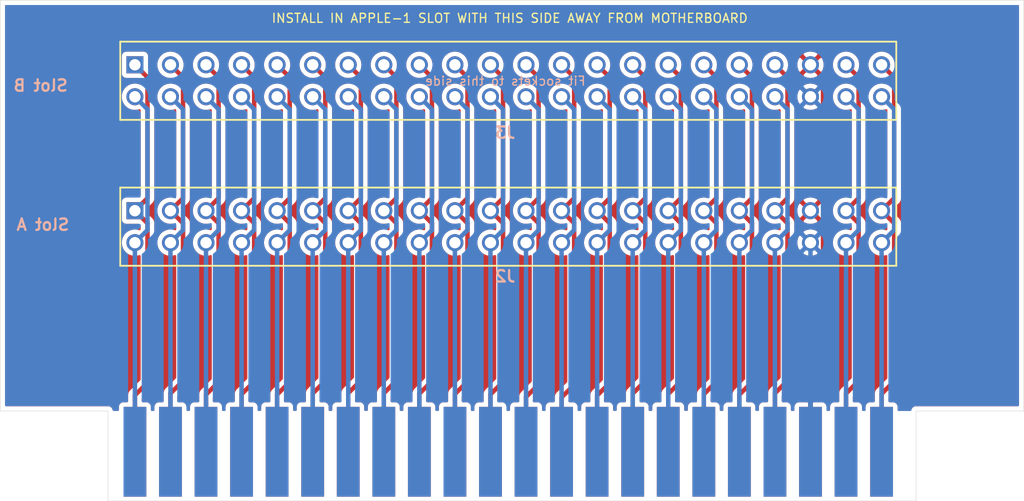
<source format=kicad_pcb>
(kicad_pcb (version 20171130) (host pcbnew "(5.1.12)-1")
  (layers (0 F.Cu signal) (31 B.Cu signal) (34 B.Paste user hide) (35 F.Paste user hide) (36 B.SilkS user) (37 F.SilkS user) (38 B.Mask user hide) (39 F.Mask user hide) (44 Edge.Cuts user))
  (net 0 "")
  (net 1 /A)
  (net 2 /22)
  (net 3 /21)
  (net 4 /20)
  (net 5 /19)
  (net 6 /18)
  (net 7 /17)
  (net 8 /16)
  (net 9 /15)
  (net 10 /14)
  (net 11 /13)
  (net 12 /12)
  (net 13 /11)
  (net 14 /10)
  (net 15 /9)
  (net 16 /8)
  (net 17 /7)
  (net 18 /6)
  (net 19 /5)
  (net 20 /4)
  (net 21 /3)
  (net 22 /2)
  (net 23 /1)
  (net 24 /Z)
  (net 25 /Y)
  (net 26 /X)
  (net 27 /W)
  (net 28 /V)
  (net 29 /U)
  (net 30 /T)
  (net 31 /S)
  (net 32 /R)
  (net 33 /P)
  (net 34 /N)
  (net 35 /M)
  (net 36 /L)
  (net 37 /K)
  (net 38 /J)
  (net 39 /H)
  (net 40 /F)
  (net 41 /E)
  (net 42 /D)
  (net 43 /C)
  (net 44 /B)
  (module SamacSys_Parts:305044521201 (layer F.Cu) (at 105 102)
    (fp_text reference J3 (at 41.25 4) (layer B.SilkS) (effects (font (size 1.27 1.27) (thickness 0.254)) (justify mirror)))
    (fp_text value "Slot B" (at -10.5 -1.25) (layer B.SilkS) (effects (font (size 1.27 1.27) (thickness 0.254)) (justify mirror)))
    (fp_line (start -1.635 2.575) (end -1.635 -6.135) (layer F.SilkS) (width 0.2))
    (fp_line (start 84.795 2.575) (end -1.635 2.575) (layer F.SilkS) (width 0.2))
    (fp_line (start 84.795 -6.135) (end 84.795 2.575) (layer F.SilkS) (width 0.2))
    (fp_line (start -1.635 -6.135) (end 84.795 -6.135) (layer F.SilkS) (width 0.2))
    (pad B22 thru_hole circle (at 83.16 0) (size 1.905 1.905) (drill 1.27) (layers *.Cu *.Mask) (net 24 /Z))
    (pad B21 thru_hole circle (at 79.2 0) (size 1.905 1.905) (drill 1.27) (layers *.Cu *.Mask) (net 25 /Y))
    (pad B20 thru_hole circle (at 75.24 0) (size 1.905 1.905) (drill 1.27) (layers *.Cu *.Mask) (net 26 /X))
    (pad B19 thru_hole circle (at 71.28 0) (size 1.905 1.905) (drill 1.27) (layers *.Cu *.Mask) (net 27 /W))
    (pad B18 thru_hole circle (at 67.32 0) (size 1.905 1.905) (drill 1.27) (layers *.Cu *.Mask) (net 28 /V))
    (pad B17 thru_hole circle (at 63.36 0) (size 1.905 1.905) (drill 1.27) (layers *.Cu *.Mask) (net 29 /U))
    (pad B16 thru_hole circle (at 59.4 0) (size 1.905 1.905) (drill 1.27) (layers *.Cu *.Mask) (net 30 /T))
    (pad B15 thru_hole circle (at 55.44 0) (size 1.905 1.905) (drill 1.27) (layers *.Cu *.Mask) (net 31 /S))
    (pad B14 thru_hole circle (at 51.48 0) (size 1.905 1.905) (drill 1.27) (layers *.Cu *.Mask) (net 32 /R))
    (pad B13 thru_hole circle (at 47.52 0) (size 1.905 1.905) (drill 1.27) (layers *.Cu *.Mask) (net 33 /P))
    (pad B12 thru_hole circle (at 43.56 0) (size 1.905 1.905) (drill 1.27) (layers *.Cu *.Mask) (net 34 /N))
    (pad B11 thru_hole circle (at 39.6 0) (size 1.905 1.905) (drill 1.27) (layers *.Cu *.Mask) (net 35 /M))
    (pad B10 thru_hole circle (at 35.64 0) (size 1.905 1.905) (drill 1.27) (layers *.Cu *.Mask) (net 36 /L))
    (pad B9 thru_hole circle (at 31.68 0) (size 1.905 1.905) (drill 1.27) (layers *.Cu *.Mask) (net 37 /K))
    (pad B8 thru_hole circle (at 27.72 0) (size 1.905 1.905) (drill 1.27) (layers *.Cu *.Mask) (net 38 /J))
    (pad B7 thru_hole circle (at 23.76 0) (size 1.905 1.905) (drill 1.27) (layers *.Cu *.Mask) (net 39 /H))
    (pad B6 thru_hole circle (at 19.8 0) (size 1.905 1.905) (drill 1.27) (layers *.Cu *.Mask) (net 40 /F))
    (pad B5 thru_hole circle (at 15.84 0) (size 1.905 1.905) (drill 1.27) (layers *.Cu *.Mask) (net 41 /E))
    (pad B4 thru_hole circle (at 11.88 0) (size 1.905 1.905) (drill 1.27) (layers *.Cu *.Mask) (net 42 /D))
    (pad B3 thru_hole circle (at 7.92 0) (size 1.905 1.905) (drill 1.27) (layers *.Cu *.Mask) (net 43 /C))
    (pad B2 thru_hole circle (at 3.96 0) (size 1.905 1.905) (drill 1.27) (layers *.Cu *.Mask) (net 44 /B))
    (pad B1 thru_hole circle (at 0 0) (size 1.905 1.905) (drill 1.27) (layers *.Cu *.Mask) (net 1 /A))
    (pad A22 thru_hole circle (at 83.16 -3.56) (size 1.905 1.905) (drill 1.27) (layers *.Cu *.Mask) (net 2 /22))
    (pad A21 thru_hole circle (at 79.2 -3.56) (size 1.905 1.905) (drill 1.27) (layers *.Cu *.Mask) (net 3 /21))
    (pad A20 thru_hole circle (at 75.24 -3.56) (size 1.905 1.905) (drill 1.27) (layers *.Cu *.Mask) (net 4 /20))
    (pad A19 thru_hole circle (at 71.28 -3.56) (size 1.905 1.905) (drill 1.27) (layers *.Cu *.Mask) (net 5 /19))
    (pad A18 thru_hole circle (at 67.32 -3.56) (size 1.905 1.905) (drill 1.27) (layers *.Cu *.Mask) (net 6 /18))
    (pad A17 thru_hole circle (at 63.36 -3.56) (size 1.905 1.905) (drill 1.27) (layers *.Cu *.Mask) (net 7 /17))
    (pad A16 thru_hole circle (at 59.4 -3.56) (size 1.905 1.905) (drill 1.27) (layers *.Cu *.Mask) (net 8 /16))
    (pad A15 thru_hole circle (at 55.44 -3.56) (size 1.905 1.905) (drill 1.27) (layers *.Cu *.Mask) (net 9 /15))
    (pad A14 thru_hole circle (at 51.48 -3.56) (size 1.905 1.905) (drill 1.27) (layers *.Cu *.Mask) (net 10 /14))
    (pad A13 thru_hole circle (at 47.52 -3.56) (size 1.905 1.905) (drill 1.27) (layers *.Cu *.Mask) (net 11 /13))
    (pad A12 thru_hole circle (at 43.56 -3.56) (size 1.905 1.905) (drill 1.27) (layers *.Cu *.Mask) (net 12 /12))
    (pad A11 thru_hole circle (at 39.6 -3.56) (size 1.905 1.905) (drill 1.27) (layers *.Cu *.Mask) (net 13 /11))
    (pad A10 thru_hole circle (at 35.64 -3.56) (size 1.905 1.905) (drill 1.27) (layers *.Cu *.Mask) (net 14 /10))
    (pad A9 thru_hole circle (at 31.68 -3.56) (size 1.905 1.905) (drill 1.27) (layers *.Cu *.Mask) (net 15 /9))
    (pad A8 thru_hole circle (at 27.72 -3.56) (size 1.905 1.905) (drill 1.27) (layers *.Cu *.Mask) (net 16 /8))
    (pad A7 thru_hole circle (at 23.76 -3.56) (size 1.905 1.905) (drill 1.27) (layers *.Cu *.Mask) (net 17 /7))
    (pad A6 thru_hole circle (at 19.8 -3.56) (size 1.905 1.905) (drill 1.27) (layers *.Cu *.Mask) (net 18 /6))
    (pad A5 thru_hole circle (at 15.84 -3.56) (size 1.905 1.905) (drill 1.27) (layers *.Cu *.Mask) (net 19 /5))
    (pad A4 thru_hole circle (at 11.88 -3.56) (size 1.905 1.905) (drill 1.27) (layers *.Cu *.Mask) (net 20 /4))
    (pad A3 thru_hole circle (at 7.92 -3.56) (size 1.905 1.905) (drill 1.27) (layers *.Cu *.Mask) (net 21 /3))
    (pad A2 thru_hole circle (at 3.96 -3.56) (size 1.905 1.905) (drill 1.27) (layers *.Cu *.Mask) (net 22 /2))
    (pad A1 thru_hole rect (at 0 -3.56) (size 1.905 1.905) (drill 1.27) (layers *.Cu *.Mask) (net 23 /1))
  )
  (module SamacSys_Parts:305044521201 (layer F.Cu) (at 105 118.25)
    (fp_text reference J2 (at 41.25 3.75) (layer B.SilkS) (effects (font (size 1.27 1.27) (thickness 0.254)) (justify mirror)))
    (fp_text value "Slot A" (at -10.25 -2) (layer B.SilkS) (effects (font (size 1.27 1.27) (thickness 0.254)) (justify mirror)))
    (fp_line (start -1.635 2.575) (end -1.635 -6.135) (layer F.SilkS) (width 0.2))
    (fp_line (start 84.795 2.575) (end -1.635 2.575) (layer F.SilkS) (width 0.2))
    (fp_line (start 84.795 -6.135) (end 84.795 2.575) (layer F.SilkS) (width 0.2))
    (fp_line (start -1.635 -6.135) (end 84.795 -6.135) (layer F.SilkS) (width 0.2))
    (pad B22 thru_hole circle (at 83.16 0) (size 1.905 1.905) (drill 1.27) (layers *.Cu *.Mask) (net 24 /Z))
    (pad B21 thru_hole circle (at 79.2 0) (size 1.905 1.905) (drill 1.27) (layers *.Cu *.Mask) (net 25 /Y))
    (pad B20 thru_hole circle (at 75.24 0) (size 1.905 1.905) (drill 1.27) (layers *.Cu *.Mask) (net 26 /X))
    (pad B19 thru_hole circle (at 71.28 0) (size 1.905 1.905) (drill 1.27) (layers *.Cu *.Mask) (net 27 /W))
    (pad B18 thru_hole circle (at 67.32 0) (size 1.905 1.905) (drill 1.27) (layers *.Cu *.Mask) (net 28 /V))
    (pad B17 thru_hole circle (at 63.36 0) (size 1.905 1.905) (drill 1.27) (layers *.Cu *.Mask) (net 29 /U))
    (pad B16 thru_hole circle (at 59.4 0) (size 1.905 1.905) (drill 1.27) (layers *.Cu *.Mask) (net 30 /T))
    (pad B15 thru_hole circle (at 55.44 0) (size 1.905 1.905) (drill 1.27) (layers *.Cu *.Mask) (net 31 /S))
    (pad B14 thru_hole circle (at 51.48 0) (size 1.905 1.905) (drill 1.27) (layers *.Cu *.Mask) (net 32 /R))
    (pad B13 thru_hole circle (at 47.52 0) (size 1.905 1.905) (drill 1.27) (layers *.Cu *.Mask) (net 33 /P))
    (pad B12 thru_hole circle (at 43.56 0) (size 1.905 1.905) (drill 1.27) (layers *.Cu *.Mask) (net 34 /N))
    (pad B11 thru_hole circle (at 39.6 0) (size 1.905 1.905) (drill 1.27) (layers *.Cu *.Mask) (net 35 /M))
    (pad B10 thru_hole circle (at 35.64 0) (size 1.905 1.905) (drill 1.27) (layers *.Cu *.Mask) (net 36 /L))
    (pad B9 thru_hole circle (at 31.68 0) (size 1.905 1.905) (drill 1.27) (layers *.Cu *.Mask) (net 37 /K))
    (pad B8 thru_hole circle (at 27.72 0) (size 1.905 1.905) (drill 1.27) (layers *.Cu *.Mask) (net 38 /J))
    (pad B7 thru_hole circle (at 23.76 0) (size 1.905 1.905) (drill 1.27) (layers *.Cu *.Mask) (net 39 /H))
    (pad B6 thru_hole circle (at 19.8 0) (size 1.905 1.905) (drill 1.27) (layers *.Cu *.Mask) (net 40 /F))
    (pad B5 thru_hole circle (at 15.84 0) (size 1.905 1.905) (drill 1.27) (layers *.Cu *.Mask) (net 41 /E))
    (pad B4 thru_hole circle (at 11.88 0) (size 1.905 1.905) (drill 1.27) (layers *.Cu *.Mask) (net 42 /D))
    (pad B3 thru_hole circle (at 7.92 0) (size 1.905 1.905) (drill 1.27) (layers *.Cu *.Mask) (net 43 /C))
    (pad B2 thru_hole circle (at 3.96 0) (size 1.905 1.905) (drill 1.27) (layers *.Cu *.Mask) (net 44 /B))
    (pad B1 thru_hole circle (at 0 0) (size 1.905 1.905) (drill 1.27) (layers *.Cu *.Mask) (net 1 /A))
    (pad A22 thru_hole circle (at 83.16 -3.56) (size 1.905 1.905) (drill 1.27) (layers *.Cu *.Mask) (net 2 /22))
    (pad A21 thru_hole circle (at 79.2 -3.56) (size 1.905 1.905) (drill 1.27) (layers *.Cu *.Mask) (net 3 /21))
    (pad A20 thru_hole circle (at 75.24 -3.56) (size 1.905 1.905) (drill 1.27) (layers *.Cu *.Mask) (net 4 /20))
    (pad A19 thru_hole circle (at 71.28 -3.56) (size 1.905 1.905) (drill 1.27) (layers *.Cu *.Mask) (net 5 /19))
    (pad A18 thru_hole circle (at 67.32 -3.56) (size 1.905 1.905) (drill 1.27) (layers *.Cu *.Mask) (net 6 /18))
    (pad A17 thru_hole circle (at 63.36 -3.56) (size 1.905 1.905) (drill 1.27) (layers *.Cu *.Mask) (net 7 /17))
    (pad A16 thru_hole circle (at 59.4 -3.56) (size 1.905 1.905) (drill 1.27) (layers *.Cu *.Mask) (net 8 /16))
    (pad A15 thru_hole circle (at 55.44 -3.56) (size 1.905 1.905) (drill 1.27) (layers *.Cu *.Mask) (net 9 /15))
    (pad A14 thru_hole circle (at 51.48 -3.56) (size 1.905 1.905) (drill 1.27) (layers *.Cu *.Mask) (net 10 /14))
    (pad A13 thru_hole circle (at 47.52 -3.56) (size 1.905 1.905) (drill 1.27) (layers *.Cu *.Mask) (net 11 /13))
    (pad A12 thru_hole circle (at 43.56 -3.56) (size 1.905 1.905) (drill 1.27) (layers *.Cu *.Mask) (net 12 /12))
    (pad A11 thru_hole circle (at 39.6 -3.56) (size 1.905 1.905) (drill 1.27) (layers *.Cu *.Mask) (net 13 /11))
    (pad A10 thru_hole circle (at 35.64 -3.56) (size 1.905 1.905) (drill 1.27) (layers *.Cu *.Mask) (net 14 /10))
    (pad A9 thru_hole circle (at 31.68 -3.56) (size 1.905 1.905) (drill 1.27) (layers *.Cu *.Mask) (net 15 /9))
    (pad A8 thru_hole circle (at 27.72 -3.56) (size 1.905 1.905) (drill 1.27) (layers *.Cu *.Mask) (net 16 /8))
    (pad A7 thru_hole circle (at 23.76 -3.56) (size 1.905 1.905) (drill 1.27) (layers *.Cu *.Mask) (net 17 /7))
    (pad A6 thru_hole circle (at 19.8 -3.56) (size 1.905 1.905) (drill 1.27) (layers *.Cu *.Mask) (net 18 /6))
    (pad A5 thru_hole circle (at 15.84 -3.56) (size 1.905 1.905) (drill 1.27) (layers *.Cu *.Mask) (net 19 /5))
    (pad A4 thru_hole circle (at 11.88 -3.56) (size 1.905 1.905) (drill 1.27) (layers *.Cu *.Mask) (net 20 /4))
    (pad A3 thru_hole circle (at 7.92 -3.56) (size 1.905 1.905) (drill 1.27) (layers *.Cu *.Mask) (net 21 /3))
    (pad A2 thru_hole circle (at 3.96 -3.56) (size 1.905 1.905) (drill 1.27) (layers *.Cu *.Mask) (net 22 /2))
    (pad A1 thru_hole rect (at 0 -3.56) (size 1.905 1.905) (drill 1.27) (layers *.Cu *.Mask) (net 23 /1))
  )
  (module Connector_PCBEdge:Apple-1Bus (layer F.Cu) (at 160.44 142.96)
    (fp_text reference J1 hide)
    (fp_text value Conn_02x22_Apple_1-Connector_Generic_apple)
    (pad 1 connect rect (at -55.44 -3.96) (size 2.54 10) (drill (offset 0 2.54)) (layers F.Cu F.Mask) (net 23 /1))
    (pad 2 connect rect (at -51.48 -3.96) (size 2.54 10) (drill (offset 0 2.54)) (layers F.Cu F.Mask) (net 22 /2))
    (pad 3 connect rect (at -47.52 -3.96) (size 2.54 10) (drill (offset 0 2.54)) (layers F.Cu F.Mask) (net 21 /3))
    (pad 4 connect rect (at -43.56 -3.96) (size 2.54 10) (drill (offset 0 2.54)) (layers F.Cu F.Mask) (net 20 /4))
    (pad 5 connect rect (at -39.6 -3.96) (size 2.54 10) (drill (offset 0 2.54)) (layers F.Cu F.Mask) (net 19 /5))
    (pad 6 connect rect (at -35.64 -3.96) (size 2.54 10) (drill (offset 0 2.54)) (layers F.Cu F.Mask) (net 18 /6))
    (pad 7 connect rect (at -31.68 -3.96) (size 2.54 10) (drill (offset 0 2.54)) (layers F.Cu F.Mask) (net 17 /7))
    (pad 8 connect rect (at -27.72 -3.96) (size 2.54 10) (drill (offset 0 2.54)) (layers F.Cu F.Mask) (net 16 /8))
    (pad 9 connect rect (at -23.76 -3.96) (size 2.54 10) (drill (offset 0 2.54)) (layers F.Cu F.Mask) (net 15 /9))
    (pad 10 connect rect (at -19.8 -3.96) (size 2.54 10) (drill (offset 0 2.54)) (layers F.Cu F.Mask) (net 14 /10))
    (pad 11 connect rect (at -15.84 -3.96) (size 2.54 10) (drill (offset 0 2.54)) (layers F.Cu F.Mask) (net 13 /11))
    (pad 12 connect rect (at -11.88 -3.96) (size 2.54 10) (drill (offset 0 2.54)) (layers F.Cu F.Mask) (net 12 /12))
    (pad 13 connect rect (at -7.92 -3.96) (size 2.54 10) (drill (offset 0 2.54)) (layers F.Cu F.Mask) (net 11 /13))
    (pad 14 connect rect (at -3.96 -3.96) (size 2.54 10) (drill (offset 0 2.54)) (layers F.Cu F.Mask) (net 10 /14))
    (pad 15 connect rect (at 0 -3.96) (size 2.54 10) (drill (offset 0 2.54)) (layers F.Cu F.Mask) (net 9 /15))
    (pad 16 connect rect (at 3.96 -3.96) (size 2.54 10) (drill (offset 0 2.54)) (layers F.Cu F.Mask) (net 8 /16))
    (pad 17 connect rect (at 7.92 -3.96) (size 2.54 10) (drill (offset 0 2.54)) (layers F.Cu F.Mask) (net 7 /17))
    (pad 18 connect rect (at 11.88 -3.96) (size 2.54 10) (drill (offset 0 2.54)) (layers F.Cu F.Mask) (net 6 /18))
    (pad 19 connect rect (at 15.84 -3.96) (size 2.54 10) (drill (offset 0 2.54)) (layers F.Cu F.Mask) (net 5 /19))
    (pad 20 connect rect (at 19.8 -3.96) (size 2.54 10) (drill (offset 0 2.54)) (layers F.Cu F.Mask) (net 4 /20))
    (pad 21 connect rect (at 23.76 -3.96) (size 2.54 10) (drill (offset 0 2.54)) (layers F.Cu F.Mask) (net 3 /21))
    (pad 22 connect rect (at 27.72 -3.96) (size 2.54 10) (drill (offset 0 2.54)) (layers F.Cu F.Mask) (net 2 /22))
    (pad A connect rect (at -55.44 -3.96) (size 2.54 10) (drill (offset 0 2.54)) (layers B.Cu B.Mask) (net 1 /A))
    (pad B connect rect (at -51.48 -3.96) (size 2.54 10) (drill (offset 0 2.54)) (layers B.Cu B.Mask) (net 44 /B))
    (pad C connect rect (at -47.52 -3.96) (size 2.54 10) (drill (offset 0 2.54)) (layers B.Cu B.Mask) (net 43 /C))
    (pad D connect rect (at -43.56 -3.96) (size 2.54 10) (drill (offset 0 2.54)) (layers B.Cu B.Mask) (net 42 /D))
    (pad E connect rect (at -39.6 -3.96) (size 2.54 10) (drill (offset 0 2.54)) (layers B.Cu B.Mask) (net 41 /E))
    (pad F connect rect (at -35.64 -3.96) (size 2.54 10) (drill (offset 0 2.54)) (layers B.Cu B.Mask) (net 40 /F))
    (pad H connect rect (at -31.68 -3.96) (size 2.54 10) (drill (offset 0 2.54)) (layers B.Cu B.Mask) (net 39 /H))
    (pad J connect rect (at -27.72 -3.96) (size 2.54 10) (drill (offset 0 2.54)) (layers B.Cu B.Mask) (net 38 /J))
    (pad K connect rect (at -23.76 -3.96) (size 2.54 10) (drill (offset 0 2.54)) (layers B.Cu B.Mask) (net 37 /K))
    (pad L connect rect (at -19.8 -3.96) (size 2.54 10) (drill (offset 0 2.54)) (layers B.Cu B.Mask) (net 36 /L))
    (pad M connect rect (at -15.84 -3.96) (size 2.54 10) (drill (offset 0 2.54)) (layers B.Cu B.Mask) (net 35 /M))
    (pad N connect rect (at -11.88 -3.96) (size 2.54 10) (drill (offset 0 2.54)) (layers B.Cu B.Mask) (net 34 /N))
    (pad P connect rect (at -7.92 -3.96) (size 2.54 10) (drill (offset 0 2.54)) (layers B.Cu B.Mask) (net 33 /P))
    (pad R connect rect (at -3.96 -3.96) (size 2.54 10) (drill (offset 0 2.54)) (layers B.Cu B.Mask) (net 32 /R))
    (pad S connect rect (at 0 -3.96) (size 2.54 10) (drill (offset 0 2.54)) (layers B.Cu B.Mask) (net 31 /S))
    (pad T connect rect (at 3.96 -3.96) (size 2.54 10) (drill (offset 0 2.54)) (layers B.Cu B.Mask) (net 30 /T))
    (pad U connect rect (at 7.92 -3.96) (size 2.54 10) (drill (offset 0 2.54)) (layers B.Cu B.Mask) (net 29 /U))
    (pad V connect rect (at 11.88 -3.96) (size 2.54 10) (drill (offset 0 2.54)) (layers B.Cu B.Mask) (net 28 /V))
    (pad W connect rect (at 15.84 -3.96) (size 2.54 10) (drill (offset 0 2.54)) (layers B.Cu B.Mask) (net 27 /W))
    (pad X connect rect (at 19.8 -3.96) (size 2.54 10) (drill (offset 0 2.54)) (layers B.Cu B.Mask) (net 26 /X))
    (pad Y connect rect (at 23.76 -3.96) (size 2.54 10) (drill (offset 0 2.54)) (layers B.Cu B.Mask) (net 25 /Y))
    (pad Z connect rect (at 27.72 -3.96) (size 2.54 10) (drill (offset 0 2.54)) (layers B.Cu B.Mask) (net 24 /Z))
  )
  (gr_text "Fit sockets to this side" (at 146.25 100.25) (layer B.SilkS) (effects (font (size 1 1)) (justify mirror)))
  (gr_text "INSTALL IN APPLE-1 SLOT WITH THIS SIDE AWAY FROM MOTHERBOARD" (at 146.75 93.25) (layer F.SilkS) (effects (font (size 1 1))))
  (gr_line (start 204 137) (end 204 91.25) (layer Edge.Cuts) (width 0.05))
  (gr_line (start 192 137) (end 204 137) (layer Edge.Cuts) (width 0.05))
  (gr_line (start 192 147) (end 192 137) (layer Edge.Cuts) (width 0.05))
  (gr_line (start 90 91.25) (end 204 91.25) (layer Edge.Cuts) (width 0.05))
  (gr_line (start 102 147) (end 102 137) (layer Edge.Cuts) (width 0.05))
  (gr_line (start 192 147) (end 102 147) (layer Edge.Cuts) (width 0.05))
  (gr_line (start 90 137) (end 90 91.25) (layer Edge.Cuts) (width 0.05))
  (gr_line (start 102 137) (end 90 137) (layer Edge.Cuts) (width 0.05))
  (segment (start 105 139) (end 105 118.25) (width 0.5) (layer B.Cu) (net 1))
  (segment (start 106.402501 103.402501) (end 105 102) (width 0.5) (layer B.Cu) (net 1))
  (segment (start 106.402501 116.847499) (end 106.402501 103.402501) (width 0.5) (layer B.Cu) (net 1))
  (segment (start 105 118.25) (end 106.402501 116.847499) (width 0.5) (layer B.Cu) (net 1))
  (segment (start 188.16 139) (end 188.16 135.09) (width 0.5) (layer F.Cu) (net 2))
  (segment (start 189.562501 116.092501) (end 188.16 114.69) (width 0.5) (layer F.Cu) (net 2))
  (segment (start 189.562501 133.687499) (end 189.562501 116.092501) (width 0.5) (layer F.Cu) (net 2))
  (segment (start 188.16 135.09) (end 189.562501 133.687499) (width 0.5) (layer F.Cu) (net 2))
  (segment (start 189.562501 99.842501) (end 188.16 98.44) (width 0.5) (layer F.Cu) (net 2))
  (segment (start 189.562501 113.287499) (end 189.562501 99.842501) (width 0.5) (layer F.Cu) (net 2))
  (segment (start 188.16 114.69) (end 189.562501 113.287499) (width 0.5) (layer F.Cu) (net 2))
  (segment (start 184.2 139) (end 184.2 135.05) (width 0.5) (layer F.Cu) (net 3))
  (segment (start 185.602501 116.092501) (end 184.2 114.69) (width 0.5) (layer F.Cu) (net 3))
  (segment (start 185.602501 133.647499) (end 185.602501 116.092501) (width 0.5) (layer F.Cu) (net 3))
  (segment (start 184.2 135.05) (end 185.602501 133.647499) (width 0.5) (layer F.Cu) (net 3))
  (segment (start 185.602501 99.842501) (end 184.2 98.44) (width 0.5) (layer F.Cu) (net 3))
  (segment (start 185.602501 113.287499) (end 185.602501 99.842501) (width 0.5) (layer F.Cu) (net 3))
  (segment (start 184.2 114.69) (end 185.602501 113.287499) (width 0.5) (layer F.Cu) (net 3))
  (segment (start 180.24 139) (end 180.24 135.24) (width 0.5) (layer F.Cu) (net 4))
  (segment (start 181.642501 133.837499) (end 181.642501 116.092501) (width 0.5) (layer F.Cu) (net 4))
  (segment (start 181.642501 116.092501) (end 180.24 114.69) (width 0.5) (layer F.Cu) (net 4))
  (segment (start 180.24 135.24) (end 181.642501 133.837499) (width 0.5) (layer F.Cu) (net 4))
  (segment (start 181.642501 99.842501) (end 180.24 98.44) (width 0.5) (layer F.Cu) (net 4))
  (segment (start 181.642501 113.287499) (end 181.642501 99.842501) (width 0.5) (layer F.Cu) (net 4))
  (segment (start 180.24 114.69) (end 181.642501 113.287499) (width 0.5) (layer F.Cu) (net 4))
  (segment (start 176.28 139) (end 176.28 135.03) (width 0.5) (layer F.Cu) (net 5))
  (segment (start 177.682501 116.092501) (end 176.28 114.69) (width 0.5) (layer F.Cu) (net 5))
  (segment (start 177.682501 133.627499) (end 177.682501 116.092501) (width 0.5) (layer F.Cu) (net 5))
  (segment (start 176.28 135.03) (end 177.682501 133.627499) (width 0.5) (layer F.Cu) (net 5))
  (segment (start 177.682501 99.842501) (end 176.28 98.44) (width 0.5) (layer F.Cu) (net 5))
  (segment (start 177.682501 113.287499) (end 177.682501 99.842501) (width 0.5) (layer F.Cu) (net 5))
  (segment (start 176.28 114.69) (end 177.682501 113.287499) (width 0.5) (layer F.Cu) (net 5))
  (segment (start 172.32 139) (end 172.32 135.18) (width 0.5) (layer F.Cu) (net 6))
  (segment (start 173.722501 116.092501) (end 172.32 114.69) (width 0.5) (layer F.Cu) (net 6))
  (segment (start 173.722501 133.777499) (end 173.722501 116.092501) (width 0.5) (layer F.Cu) (net 6))
  (segment (start 172.32 135.18) (end 173.722501 133.777499) (width 0.5) (layer F.Cu) (net 6))
  (segment (start 173.722501 113.287499) (end 173.722501 99.842501) (width 0.5) (layer F.Cu) (net 6))
  (segment (start 173.722501 99.842501) (end 172.32 98.44) (width 0.5) (layer F.Cu) (net 6))
  (segment (start 172.32 114.69) (end 173.722501 113.287499) (width 0.5) (layer F.Cu) (net 6))
  (segment (start 168.36 139) (end 168.36 135.14) (width 0.5) (layer F.Cu) (net 7))
  (segment (start 169.762501 133.737499) (end 169.762501 116.092501) (width 0.5) (layer F.Cu) (net 7))
  (segment (start 169.762501 116.092501) (end 168.36 114.69) (width 0.5) (layer F.Cu) (net 7))
  (segment (start 168.36 135.14) (end 169.762501 133.737499) (width 0.5) (layer F.Cu) (net 7))
  (segment (start 169.762501 99.842501) (end 168.36 98.44) (width 0.5) (layer F.Cu) (net 7))
  (segment (start 169.762501 113.287499) (end 169.762501 99.842501) (width 0.5) (layer F.Cu) (net 7))
  (segment (start 168.36 114.69) (end 169.762501 113.287499) (width 0.5) (layer F.Cu) (net 7))
  (segment (start 164.4 139) (end 164.4 135.1) (width 0.5) (layer F.Cu) (net 8))
  (segment (start 165.802501 116.092501) (end 164.4 114.69) (width 0.5) (layer F.Cu) (net 8))
  (segment (start 165.802501 133.697499) (end 165.802501 116.092501) (width 0.5) (layer F.Cu) (net 8))
  (segment (start 164.4 135.1) (end 165.802501 133.697499) (width 0.5) (layer F.Cu) (net 8))
  (segment (start 165.802501 99.842501) (end 164.4 98.44) (width 0.5) (layer F.Cu) (net 8))
  (segment (start 165.802501 113.287499) (end 165.802501 99.842501) (width 0.5) (layer F.Cu) (net 8))
  (segment (start 164.4 114.69) (end 165.802501 113.287499) (width 0.5) (layer F.Cu) (net 8))
  (segment (start 160.44 139) (end 160.44 135.06) (width 0.5) (layer F.Cu) (net 9))
  (segment (start 161.842501 116.092501) (end 160.44 114.69) (width 0.5) (layer F.Cu) (net 9))
  (segment (start 161.842501 133.657499) (end 161.842501 116.092501) (width 0.5) (layer F.Cu) (net 9))
  (segment (start 160.44 135.06) (end 161.842501 133.657499) (width 0.5) (layer F.Cu) (net 9))
  (segment (start 161.842501 99.842501) (end 160.44 98.44) (width 0.5) (layer F.Cu) (net 9))
  (segment (start 161.842501 113.287499) (end 161.842501 99.842501) (width 0.5) (layer F.Cu) (net 9))
  (segment (start 160.44 114.69) (end 161.842501 113.287499) (width 0.5) (layer F.Cu) (net 9))
  (segment (start 156.48 139) (end 156.48 135.27) (width 0.5) (layer F.Cu) (net 10))
  (segment (start 157.882501 116.092501) (end 156.48 114.69) (width 0.5) (layer F.Cu) (net 10))
  (segment (start 157.882501 133.867499) (end 157.882501 116.092501) (width 0.5) (layer F.Cu) (net 10))
  (segment (start 156.48 135.27) (end 157.882501 133.867499) (width 0.5) (layer F.Cu) (net 10))
  (segment (start 157.882501 99.842501) (end 156.48 98.44) (width 0.5) (layer F.Cu) (net 10))
  (segment (start 157.882501 113.287499) (end 157.882501 99.842501) (width 0.5) (layer F.Cu) (net 10))
  (segment (start 156.48 114.69) (end 157.882501 113.287499) (width 0.5) (layer F.Cu) (net 10))
  (segment (start 152.52 139) (end 152.52 135.48) (width 0.5) (layer F.Cu) (net 11))
  (segment (start 153.922501 116.092501) (end 152.52 114.69) (width 0.5) (layer F.Cu) (net 11))
  (segment (start 153.922501 134.077499) (end 153.922501 116.092501) (width 0.5) (layer F.Cu) (net 11))
  (segment (start 152.52 135.48) (end 153.922501 134.077499) (width 0.5) (layer F.Cu) (net 11))
  (segment (start 153.922501 99.842501) (end 152.52 98.44) (width 0.5) (layer F.Cu) (net 11))
  (segment (start 153.922501 113.287499) (end 153.922501 99.842501) (width 0.5) (layer F.Cu) (net 11))
  (segment (start 152.52 114.69) (end 153.922501 113.287499) (width 0.5) (layer F.Cu) (net 11))
  (segment (start 148.56 139) (end 148.56 135.44) (width 0.5) (layer F.Cu) (net 12))
  (segment (start 149.962501 116.092501) (end 148.56 114.69) (width 0.5) (layer F.Cu) (net 12))
  (segment (start 149.962501 134.037499) (end 149.962501 116.092501) (width 0.5) (layer F.Cu) (net 12))
  (segment (start 148.56 135.44) (end 149.962501 134.037499) (width 0.5) (layer F.Cu) (net 12))
  (segment (start 149.962501 99.842501) (end 148.56 98.44) (width 0.5) (layer F.Cu) (net 12))
  (segment (start 149.962501 113.287499) (end 149.962501 99.842501) (width 0.5) (layer F.Cu) (net 12))
  (segment (start 148.56 114.69) (end 149.962501 113.287499) (width 0.5) (layer F.Cu) (net 12))
  (segment (start 144.6 139) (end 144.6 135.15) (width 0.5) (layer F.Cu) (net 13))
  (segment (start 146.002501 116.092501) (end 144.6 114.69) (width 0.5) (layer F.Cu) (net 13))
  (segment (start 146.002501 133.747499) (end 146.002501 116.092501) (width 0.5) (layer F.Cu) (net 13))
  (segment (start 144.6 135.15) (end 146.002501 133.747499) (width 0.5) (layer F.Cu) (net 13))
  (segment (start 146.002501 99.842501) (end 144.6 98.44) (width 0.5) (layer F.Cu) (net 13))
  (segment (start 146.002501 113.287499) (end 146.002501 99.842501) (width 0.5) (layer F.Cu) (net 13))
  (segment (start 144.6 114.69) (end 146.002501 113.287499) (width 0.5) (layer F.Cu) (net 13))
  (segment (start 140.64 139) (end 140.64 135.11) (width 0.5) (layer F.Cu) (net 14))
  (segment (start 142.042501 116.092501) (end 140.64 114.69) (width 0.5) (layer F.Cu) (net 14))
  (segment (start 142.042501 133.707499) (end 142.042501 116.092501) (width 0.5) (layer F.Cu) (net 14))
  (segment (start 140.64 135.11) (end 142.042501 133.707499) (width 0.5) (layer F.Cu) (net 14))
  (segment (start 142.042501 99.842501) (end 140.64 98.44) (width 0.5) (layer F.Cu) (net 14))
  (segment (start 142.042501 113.287499) (end 142.042501 99.842501) (width 0.5) (layer F.Cu) (net 14))
  (segment (start 140.64 114.69) (end 142.042501 113.287499) (width 0.5) (layer F.Cu) (net 14))
  (segment (start 136.68 139) (end 136.68 135.07) (width 0.5) (layer F.Cu) (net 15))
  (segment (start 138.082501 116.092501) (end 136.68 114.69) (width 0.5) (layer F.Cu) (net 15))
  (segment (start 138.082501 133.667499) (end 138.082501 116.092501) (width 0.5) (layer F.Cu) (net 15))
  (segment (start 136.68 135.07) (end 138.082501 133.667499) (width 0.5) (layer F.Cu) (net 15))
  (segment (start 138.082501 99.842501) (end 136.68 98.44) (width 0.5) (layer F.Cu) (net 15))
  (segment (start 138.082501 113.287499) (end 138.082501 99.842501) (width 0.5) (layer F.Cu) (net 15))
  (segment (start 136.68 114.69) (end 138.082501 113.287499) (width 0.5) (layer F.Cu) (net 15))
  (segment (start 132.72 139) (end 132.72 135.03) (width 0.5) (layer F.Cu) (net 16))
  (segment (start 134.122501 116.092501) (end 132.72 114.69) (width 0.5) (layer F.Cu) (net 16))
  (segment (start 134.122501 133.627499) (end 134.122501 116.092501) (width 0.5) (layer F.Cu) (net 16))
  (segment (start 132.72 135.03) (end 134.122501 133.627499) (width 0.5) (layer F.Cu) (net 16))
  (segment (start 134.122501 99.842501) (end 132.72 98.44) (width 0.5) (layer F.Cu) (net 16))
  (segment (start 134.122501 113.287499) (end 134.122501 99.842501) (width 0.5) (layer F.Cu) (net 16))
  (segment (start 132.72 114.69) (end 134.122501 113.287499) (width 0.5) (layer F.Cu) (net 16))
  (segment (start 128.76 139) (end 128.76 135.01) (width 0.5) (layer F.Cu) (net 17))
  (segment (start 130.162501 116.092501) (end 128.76 114.69) (width 0.5) (layer F.Cu) (net 17))
  (segment (start 130.162501 133.607499) (end 130.162501 116.092501) (width 0.5) (layer F.Cu) (net 17))
  (segment (start 128.76 135.01) (end 130.162501 133.607499) (width 0.5) (layer F.Cu) (net 17))
  (segment (start 130.162501 99.842501) (end 128.76 98.44) (width 0.5) (layer F.Cu) (net 17))
  (segment (start 130.162501 113.287499) (end 130.162501 99.842501) (width 0.5) (layer F.Cu) (net 17))
  (segment (start 128.76 114.69) (end 130.162501 113.287499) (width 0.5) (layer F.Cu) (net 17))
  (segment (start 124.8 139) (end 124.8 135.05) (width 0.5) (layer F.Cu) (net 18))
  (segment (start 126.202501 116.092501) (end 124.8 114.69) (width 0.5) (layer F.Cu) (net 18))
  (segment (start 126.202501 133.647499) (end 126.202501 116.092501) (width 0.5) (layer F.Cu) (net 18))
  (segment (start 124.8 135.05) (end 126.202501 133.647499) (width 0.5) (layer F.Cu) (net 18))
  (segment (start 126.202501 99.842501) (end 124.8 98.44) (width 0.5) (layer F.Cu) (net 18))
  (segment (start 126.202501 113.287499) (end 126.202501 99.842501) (width 0.5) (layer F.Cu) (net 18))
  (segment (start 124.8 114.69) (end 126.202501 113.287499) (width 0.5) (layer F.Cu) (net 18))
  (segment (start 120.84 139) (end 120.84 135.16) (width 0.5) (layer F.Cu) (net 19))
  (segment (start 122.242501 116.092501) (end 120.84 114.69) (width 0.5) (layer F.Cu) (net 19))
  (segment (start 122.242501 133.757499) (end 122.242501 116.092501) (width 0.5) (layer F.Cu) (net 19))
  (segment (start 120.84 135.16) (end 122.242501 133.757499) (width 0.5) (layer F.Cu) (net 19))
  (segment (start 122.242501 99.842501) (end 120.84 98.44) (width 0.5) (layer F.Cu) (net 19))
  (segment (start 122.242501 113.287499) (end 122.242501 99.842501) (width 0.5) (layer F.Cu) (net 19))
  (segment (start 120.84 114.69) (end 122.242501 113.287499) (width 0.5) (layer F.Cu) (net 19))
  (segment (start 116.88 139) (end 116.88 135.13) (width 0.5) (layer F.Cu) (net 20))
  (segment (start 118.282501 116.092501) (end 116.88 114.69) (width 0.5) (layer F.Cu) (net 20))
  (segment (start 118.282501 133.727499) (end 118.282501 116.092501) (width 0.5) (layer F.Cu) (net 20))
  (segment (start 116.88 135.13) (end 118.282501 133.727499) (width 0.5) (layer F.Cu) (net 20))
  (segment (start 118.282501 99.842501) (end 116.88 98.44) (width 0.5) (layer F.Cu) (net 20))
  (segment (start 118.282501 113.287499) (end 118.282501 99.842501) (width 0.5) (layer F.Cu) (net 20))
  (segment (start 116.88 114.69) (end 118.282501 113.287499) (width 0.5) (layer F.Cu) (net 20))
  (segment (start 112.92 139) (end 112.92 135.17) (width 0.5) (layer F.Cu) (net 21))
  (segment (start 114.322501 116.092501) (end 112.92 114.69) (width 0.5) (layer F.Cu) (net 21))
  (segment (start 114.322501 133.767499) (end 114.322501 116.092501) (width 0.5) (layer F.Cu) (net 21))
  (segment (start 112.92 135.17) (end 114.322501 133.767499) (width 0.5) (layer F.Cu) (net 21))
  (segment (start 114.322501 99.842501) (end 112.92 98.44) (width 0.5) (layer F.Cu) (net 21))
  (segment (start 114.322501 113.287499) (end 114.322501 99.842501) (width 0.5) (layer F.Cu) (net 21))
  (segment (start 112.92 114.69) (end 114.322501 113.287499) (width 0.5) (layer F.Cu) (net 21))
  (segment (start 108.96 139) (end 108.96 135.04) (width 0.5) (layer F.Cu) (net 22))
  (segment (start 110.362501 116.092501) (end 108.96 114.69) (width 0.5) (layer F.Cu) (net 22))
  (segment (start 110.362501 133.637499) (end 110.362501 116.092501) (width 0.5) (layer F.Cu) (net 22))
  (segment (start 108.96 135.04) (end 110.362501 133.637499) (width 0.5) (layer F.Cu) (net 22))
  (segment (start 110.362501 99.842501) (end 108.96 98.44) (width 0.5) (layer F.Cu) (net 22))
  (segment (start 110.362501 113.287499) (end 110.362501 99.842501) (width 0.5) (layer F.Cu) (net 22))
  (segment (start 108.96 114.69) (end 110.362501 113.287499) (width 0.5) (layer F.Cu) (net 22))
  (segment (start 105 139) (end 105 135.25) (width 0.5) (layer F.Cu) (net 23))
  (segment (start 106.402501 116.092501) (end 105 114.69) (width 0.5) (layer F.Cu) (net 23))
  (segment (start 106.402501 133.847499) (end 106.402501 116.092501) (width 0.5) (layer F.Cu) (net 23))
  (segment (start 105 135.25) (end 106.402501 133.847499) (width 0.5) (layer F.Cu) (net 23))
  (segment (start 106.402501 113.287499) (end 106.402501 99.842501) (width 0.5) (layer F.Cu) (net 23))
  (segment (start 106.402501 99.842501) (end 105 98.44) (width 0.5) (layer F.Cu) (net 23))
  (segment (start 105 114.69) (end 106.402501 113.287499) (width 0.5) (layer F.Cu) (net 23))
  (segment (start 188.16 139) (end 188.16 118.25) (width 0.5) (layer B.Cu) (net 24))
  (segment (start 189.562501 103.402501) (end 188.16 102) (width 0.5) (layer B.Cu) (net 24))
  (segment (start 189.562501 116.847499) (end 189.562501 103.402501) (width 0.5) (layer B.Cu) (net 24))
  (segment (start 188.16 118.25) (end 189.562501 116.847499) (width 0.5) (layer B.Cu) (net 24))
  (segment (start 184.2 139) (end 184.2 118.25) (width 0.5) (layer B.Cu) (net 25))
  (segment (start 185.602501 103.402501) (end 184.2 102) (width 0.5) (layer B.Cu) (net 25))
  (segment (start 185.602501 116.847499) (end 185.602501 103.402501) (width 0.5) (layer B.Cu) (net 25))
  (segment (start 184.2 118.25) (end 185.602501 116.847499) (width 0.5) (layer B.Cu) (net 25))
  (segment (start 180.24 139) (end 180.24 118.25) (width 0.5) (layer B.Cu) (net 26))
  (segment (start 181.642501 116.847499) (end 181.642501 103.402501) (width 0.5) (layer B.Cu) (net 26))
  (segment (start 181.642501 103.402501) (end 180.24 102) (width 0.5) (layer B.Cu) (net 26))
  (segment (start 180.24 118.25) (end 181.642501 116.847499) (width 0.5) (layer B.Cu) (net 26))
  (segment (start 176.28 139) (end 176.28 118.25) (width 0.5) (layer B.Cu) (net 27))
  (segment (start 177.682501 116.847499) (end 177.682501 103.402501) (width 0.5) (layer B.Cu) (net 27))
  (segment (start 177.682501 103.402501) (end 176.28 102) (width 0.5) (layer B.Cu) (net 27))
  (segment (start 176.28 118.25) (end 177.682501 116.847499) (width 0.5) (layer B.Cu) (net 27))
  (segment (start 172.32 139) (end 172.32 118.25) (width 0.5) (layer B.Cu) (net 28))
  (segment (start 173.722501 103.402501) (end 172.32 102) (width 0.5) (layer B.Cu) (net 28))
  (segment (start 173.722501 116.847499) (end 173.722501 103.402501) (width 0.5) (layer B.Cu) (net 28))
  (segment (start 172.32 118.25) (end 173.722501 116.847499) (width 0.5) (layer B.Cu) (net 28))
  (segment (start 168.36 139) (end 168.36 118.25) (width 0.5) (layer B.Cu) (net 29))
  (segment (start 169.762501 103.402501) (end 168.36 102) (width 0.5) (layer B.Cu) (net 29))
  (segment (start 169.762501 116.847499) (end 169.762501 103.402501) (width 0.5) (layer B.Cu) (net 29))
  (segment (start 168.36 118.25) (end 169.762501 116.847499) (width 0.5) (layer B.Cu) (net 29))
  (segment (start 164.4 139) (end 164.4 118.25) (width 0.5) (layer B.Cu) (net 30))
  (segment (start 165.802501 103.402501) (end 164.4 102) (width 0.5) (layer B.Cu) (net 30))
  (segment (start 165.802501 116.847499) (end 165.802501 103.402501) (width 0.5) (layer B.Cu) (net 30))
  (segment (start 164.4 118.25) (end 165.802501 116.847499) (width 0.5) (layer B.Cu) (net 30))
  (segment (start 160.44 139) (end 160.44 118.25) (width 0.5) (layer B.Cu) (net 31))
  (segment (start 161.842501 103.402501) (end 160.44 102) (width 0.5) (layer B.Cu) (net 31))
  (segment (start 161.842501 116.847499) (end 161.842501 103.402501) (width 0.5) (layer B.Cu) (net 31))
  (segment (start 160.44 118.25) (end 161.842501 116.847499) (width 0.5) (layer B.Cu) (net 31))
  (segment (start 156.48 139) (end 156.48 118.25) (width 0.5) (layer B.Cu) (net 32))
  (segment (start 157.882501 103.402501) (end 156.48 102) (width 0.5) (layer B.Cu) (net 32))
  (segment (start 157.882501 116.847499) (end 157.882501 103.402501) (width 0.5) (layer B.Cu) (net 32))
  (segment (start 156.48 118.25) (end 157.882501 116.847499) (width 0.5) (layer B.Cu) (net 32))
  (segment (start 152.52 139) (end 152.52 118.25) (width 0.5) (layer B.Cu) (net 33))
  (segment (start 153.922501 103.402501) (end 152.52 102) (width 0.5) (layer B.Cu) (net 33))
  (segment (start 153.922501 116.847499) (end 153.922501 103.402501) (width 0.5) (layer B.Cu) (net 33))
  (segment (start 152.52 118.25) (end 153.922501 116.847499) (width 0.5) (layer B.Cu) (net 33))
  (segment (start 148.56 139) (end 148.56 118.25) (width 0.5) (layer B.Cu) (net 34))
  (segment (start 149.962501 103.402501) (end 148.56 102) (width 0.5) (layer B.Cu) (net 34))
  (segment (start 149.962501 116.847499) (end 149.962501 103.402501) (width 0.5) (layer B.Cu) (net 34))
  (segment (start 148.56 118.25) (end 149.962501 116.847499) (width 0.5) (layer B.Cu) (net 34))
  (segment (start 144.6 139) (end 144.6 118.25) (width 0.5) (layer B.Cu) (net 35))
  (segment (start 146.002501 103.402501) (end 144.6 102) (width 0.5) (layer B.Cu) (net 35))
  (segment (start 146.002501 116.847499) (end 146.002501 103.402501) (width 0.5) (layer B.Cu) (net 35))
  (segment (start 144.6 118.25) (end 146.002501 116.847499) (width 0.5) (layer B.Cu) (net 35))
  (segment (start 140.64 139) (end 140.64 118.25) (width 0.5) (layer B.Cu) (net 36))
  (segment (start 142.042501 103.402501) (end 140.64 102) (width 0.5) (layer B.Cu) (net 36))
  (segment (start 142.042501 116.847499) (end 142.042501 103.402501) (width 0.5) (layer B.Cu) (net 36))
  (segment (start 140.64 118.25) (end 142.042501 116.847499) (width 0.5) (layer B.Cu) (net 36))
  (segment (start 136.68 139) (end 136.68 118.25) (width 0.5) (layer B.Cu) (net 37))
  (segment (start 138.082501 103.402501) (end 136.68 102) (width 0.5) (layer B.Cu) (net 37))
  (segment (start 138.082501 116.847499) (end 138.082501 103.402501) (width 0.5) (layer B.Cu) (net 37))
  (segment (start 136.68 118.25) (end 138.082501 116.847499) (width 0.5) (layer B.Cu) (net 37))
  (segment (start 132.72 139) (end 132.72 118.25) (width 0.5) (layer B.Cu) (net 38))
  (segment (start 134.122501 103.402501) (end 132.72 102) (width 0.5) (layer B.Cu) (net 38))
  (segment (start 134.122501 116.847499) (end 134.122501 103.402501) (width 0.5) (layer B.Cu) (net 38))
  (segment (start 132.72 118.25) (end 134.122501 116.847499) (width 0.5) (layer B.Cu) (net 38))
  (segment (start 128.76 139) (end 128.76 118.25) (width 0.5) (layer B.Cu) (net 39))
  (segment (start 130.162501 103.402501) (end 128.76 102) (width 0.5) (layer B.Cu) (net 39))
  (segment (start 130.162501 116.847499) (end 130.162501 103.402501) (width 0.5) (layer B.Cu) (net 39))
  (segment (start 128.76 118.25) (end 130.162501 116.847499) (width 0.5) (layer B.Cu) (net 39))
  (segment (start 124.8 139) (end 124.8 118.25) (width 0.5) (layer B.Cu) (net 40))
  (segment (start 126.202501 103.402501) (end 124.8 102) (width 0.5) (layer B.Cu) (net 40))
  (segment (start 126.202501 116.847499) (end 126.202501 103.402501) (width 0.5) (layer B.Cu) (net 40))
  (segment (start 124.8 118.25) (end 126.202501 116.847499) (width 0.5) (layer B.Cu) (net 40))
  (segment (start 120.84 139) (end 120.84 118.25) (width 0.5) (layer B.Cu) (net 41))
  (segment (start 122.242501 116.847499) (end 122.242501 103.402501) (width 0.5) (layer B.Cu) (net 41))
  (segment (start 122.242501 103.402501) (end 120.84 102) (width 0.5) (layer B.Cu) (net 41))
  (segment (start 120.84 118.25) (end 122.242501 116.847499) (width 0.5) (layer B.Cu) (net 41))
  (segment (start 116.88 139) (end 116.88 118.25) (width 0.5) (layer B.Cu) (net 42))
  (segment (start 118.282501 103.402501) (end 116.88 102) (width 0.5) (layer B.Cu) (net 42))
  (segment (start 118.282501 116.847499) (end 118.282501 103.402501) (width 0.5) (layer B.Cu) (net 42))
  (segment (start 116.88 118.25) (end 118.282501 116.847499) (width 0.5) (layer B.Cu) (net 42))
  (segment (start 112.92 139) (end 112.92 118.25) (width 0.5) (layer B.Cu) (net 43))
  (segment (start 114.322501 103.402501) (end 112.92 102) (width 0.5) (layer B.Cu) (net 43))
  (segment (start 114.322501 116.847499) (end 114.322501 103.402501) (width 0.5) (layer B.Cu) (net 43))
  (segment (start 112.92 118.25) (end 114.322501 116.847499) (width 0.5) (layer B.Cu) (net 43))
  (segment (start 108.96 139) (end 108.96 118.25) (width 0.5) (layer B.Cu) (net 44))
  (segment (start 110.362501 103.402501) (end 108.96 102) (width 0.5) (layer B.Cu) (net 44))
  (segment (start 110.362501 116.847499) (end 110.362501 103.402501) (width 0.5) (layer B.Cu) (net 44))
  (segment (start 108.96 118.25) (end 110.362501 116.847499) (width 0.5) (layer B.Cu) (net 44))
  (zone (net 26) (net_name /X) (layer B.Cu) (connect_pads (clearance 0.508)) (min_thickness 0.254) (fill yes (arc_segments 32) (thermal_gap 0.508) (thermal_bridge_width 0.508))
    (polygon (pts (xy 204 137) (xy 90 137) (xy 90 91.25) (xy 204 91.25)))
  )
  (zone (net 4) (net_name /20) (layer F.Cu) (connect_pads (clearance 0.508)) (min_thickness 0.254) (fill yes (arc_segments 32) (thermal_gap 0.508) (thermal_bridge_width 0.508))
    (polygon (pts (xy 204 137) (xy 90 137) (xy 90 91.25) (xy 204 91.25)))
  )
)
</source>
